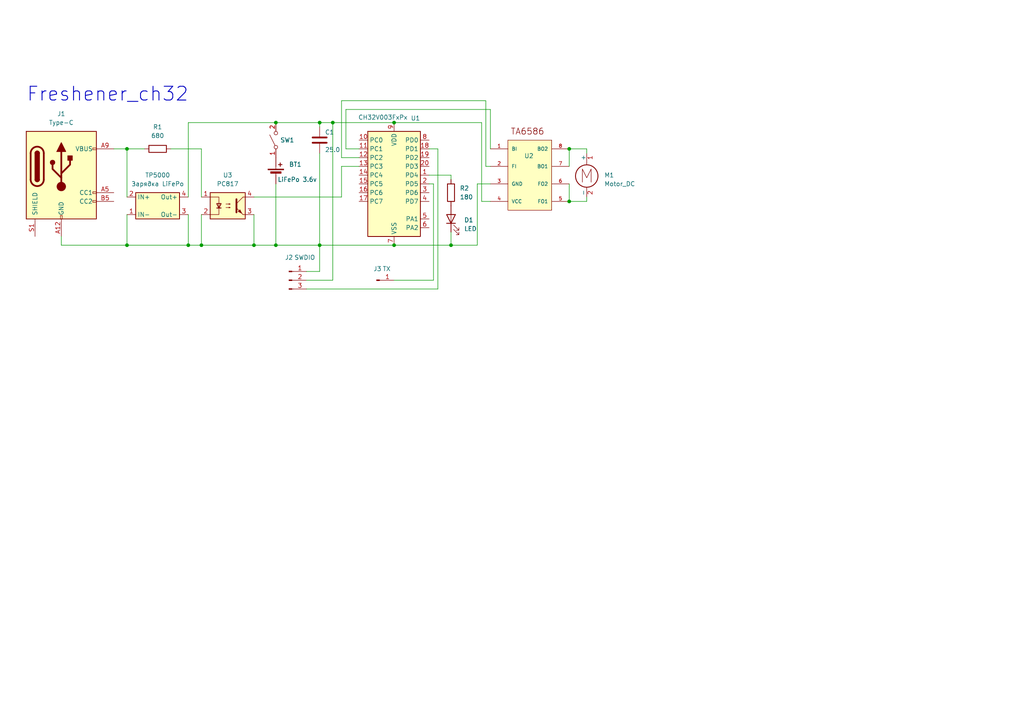
<source format=kicad_sch>
(kicad_sch (version 20250114) (generator "eeschema") (generator_version "9.0")
  (paper "A4")
  (lib_symbols
    (symbol "Connector:Conn_01x01_Pin" (pin_names (offset 1.016) (hide yes))
      (property "Reference" "J" (at 0 2.54 0))
      (property "Value" "Conn_01x01_Pin" (at 0 -2.54 0))
      (symbol "Conn_01x01_Pin_1_1"
        (rectangle (start 0.8636 0.127) (end 0 -0.127) (stroke (width 0.1524)) (fill (type outline)))
        (polyline (pts (xy 1.27 0) (xy 0.8636 0)) (stroke (width 0.1524)))
        (pin passive line (at 5.08 0 180) (length 3.81) (name "Pin_1") (number "1"))
      )
    )
    (symbol "Connector:Conn_01x03_Pin" (pin_names (offset 1.016) (hide yes))
      (property "Reference" "J" (at 0 5.08 0))
      (property "Value" "Conn_01x03_Pin" (at 0 -5.08 0))
      (symbol "Conn_01x03_Pin_1_1"
        (rectangle (start 0.8636 2.667) (end 0 2.413) (stroke (width 0.1524)) (fill (type outline)))
        (rectangle (start 0.8636 0.127) (end 0 -0.127) (stroke (width 0.1524)) (fill (type outline)))
        (rectangle (start 0.8636 -2.413) (end 0 -2.667) (stroke (width 0.1524)) (fill (type outline)))
        (polyline (pts (xy 1.27 2.54) (xy 0.8636 2.54)) (stroke (width 0.1524)))
        (polyline (pts (xy 1.27 0) (xy 0.8636 0)) (stroke (width 0.1524)))
        (polyline (pts (xy 1.27 -2.54) (xy 0.8636 -2.54)) (stroke (width 0.1524)))
        (pin passive line (at 5.08 2.54 180) (length 3.81) (name "Pin_1") (number "1"))
        (pin passive line (at 5.08 0 180) (length 3.81) (name "Pin_2") (number "2"))
        (pin passive line (at 5.08 -2.54 180) (length 3.81) (name "Pin_3") (number "3"))
      )
    )
    (symbol "Connector:USB_C_Receptacle_PowerOnly_6P" (pin_names (offset 1.016))
      (property "Reference" "J" (at 0 16.51 0))
      (property "Value" "USB_C_Receptacle_PowerOnly_6P" (at 0 13.97 0))
      (symbol "USB_C_Receptacle_PowerOnly_6P_0_0"
        (rectangle (start -0.254 -12.7) (end 0.254 -11.684))
        (rectangle (start 10.16 7.874) (end 9.144 7.366))
        (rectangle (start 10.16 -4.826) (end 9.144 -5.334))
        (rectangle (start 10.16 -7.366) (end 9.144 -7.874))
      )
      (symbol "USB_C_Receptacle_PowerOnly_6P_0_1"
        (rectangle (start -10.16 12.7) (end 10.16 -12.7) (stroke (width 0.254)) (fill (type background)))
        (polyline (pts (xy -8.89 -1.27) (xy -8.89 6.35)) (stroke (width 0.508)))
        (rectangle (start -7.62 -1.27) (end -6.35 6.35) (stroke (width 0.254)) (fill (type outline)))
        (arc (start -7.62 6.35) (mid -6.985 6.9823) (end -6.35 6.35) (stroke (width 0.254)))
        (arc (start -7.62 6.35) (mid -6.985 6.9823) (end -6.35 6.35) (stroke (width 0.254)) (fill (type outline)))
        (arc (start -8.89 6.35) (mid -6.985 8.2467) (end -5.08 6.35) (stroke (width 0.508)))
        (arc (start -5.08 -1.27) (mid -6.985 -3.1667) (end -8.89 -1.27) (stroke (width 0.508)))
        (arc (start -6.35 -1.27) (mid -6.985 -1.9023) (end -7.62 -1.27) (stroke (width 0.254)))
        (arc (start -6.35 -1.27) (mid -6.985 -1.9023) (end -7.62 -1.27) (stroke (width 0.254)) (fill (type outline)))
        (polyline (pts (xy -5.08 6.35) (xy -5.08 -1.27)) (stroke (width 0.508)))
        (circle (center -2.54 3.683) (radius 0.635) (stroke (width 0.254)) (fill (type outline)))
        (polyline (pts (xy -1.27 6.858) (xy 0 9.398) (xy 1.27 6.858) (xy -1.27 6.858)) (stroke (width 0.254)) (fill (type outline)))
        (polyline (pts (xy 0 0.508) (xy 2.54 3.048) (xy 2.54 4.318)) (stroke (width 0.508)))
        (polyline (pts (xy 0 -0.762) (xy -2.54 1.778) (xy -2.54 3.048)) (stroke (width 0.508)))
        (polyline (pts (xy 0 -3.302) (xy 0 6.858)) (stroke (width 0.508)))
        (circle (center 0 -3.302) (radius 1.27) (fill (type outline)))
        (rectangle (start 1.905 4.318) (end 3.175 5.588) (stroke (width 0.254)) (fill (type outline)))
      )
      (symbol "USB_C_Receptacle_PowerOnly_6P_1_1"
        (pin passive line (at -7.62 -17.78 90) (length 5.08) (name "SHIELD") (number "S1"))
        (pin passive line (at 0 -17.78 90) (length 5.08) (name "GND") (number "A12"))
        (pin passive line (at 0 -17.78 90) (length 5.08) (hide yes) (name "GND") (number "B12"))
        (pin passive line (at 15.24 7.62 180) (length 5.08) (name "VBUS") (number "A9"))
        (pin passive line (at 15.24 7.62 180) (length 5.08) (hide yes) (name "VBUS") (number "B9"))
        (pin bidirectional line (at 15.24 -5.08 180) (length 5.08) (name "CC1") (number "A5"))
        (pin bidirectional line (at 15.24 -7.62 180) (length 5.08) (name "CC2") (number "B5"))
      )
    )
    (symbol "Device:Battery_Cell" (pin_numbers (hide yes)) (pin_names (offset 0) (hide yes))
      (property "Reference" "BT" (at 2.54 2.54 0))
      (property "Value" "Battery_Cell" (at 2.54 0 0))
      (symbol "Battery_Cell_0_1"
        (rectangle (start -2.286 1.778) (end 2.286 1.524) (fill (type outline)))
        (rectangle (start -1.524 1.016) (end 1.524 0.508) (fill (type outline)))
        (polyline (pts (xy 0 1.778) (xy 0 2.54)))
        (polyline (pts (xy 0 0.762) (xy 0 0)))
        (polyline (pts (xy 0.762 3.048) (xy 1.778 3.048)) (stroke (width 0.254)))
        (polyline (pts (xy 1.27 3.556) (xy 1.27 2.54)) (stroke (width 0.254)))
      )
      (symbol "Battery_Cell_1_1"
        (pin passive line (at 0 5.08 270) (length 2.54) (name "+") (number "1"))
        (pin passive line (at 0 -2.54 90) (length 2.54) (name "-") (number "2"))
      )
    )
    (symbol "Device:C" (pin_numbers (hide yes)) (pin_names (offset 0.254))
      (property "Reference" "C" (at 0.635 2.54 0))
      (property "Value" "C" (at 0.635 -2.54 0))
      (symbol "C_0_1"
        (polyline (pts (xy -2.032 0.762) (xy 2.032 0.762)) (stroke (width 0.508)))
        (polyline (pts (xy -2.032 -0.762) (xy 2.032 -0.762)) (stroke (width 0.508)))
      )
      (symbol "C_1_1"
        (pin passive line (at 0 3.81 270) (length 2.794) (name "~") (number "1"))
        (pin passive line (at 0 -3.81 90) (length 2.794) (name "~") (number "2"))
      )
    )
    (symbol "Device:LED" (pin_numbers (hide yes)) (pin_names (offset 1.016) (hide yes))
      (property "Reference" "D" (at 0 2.54 0))
      (property "Value" "LED" (at 0 -2.54 0))
      (symbol "LED_0_1"
        (polyline (pts (xy -3.048 -0.762) (xy -4.572 -2.286) (xy -3.81 -2.286) (xy -4.572 -2.286) (xy -4.572 -1.524)))
        (polyline (pts (xy -1.778 -0.762) (xy -3.302 -2.286) (xy -2.54 -2.286) (xy -3.302 -2.286) (xy -3.302 -1.524)))
        (polyline (pts (xy -1.27 0) (xy 1.27 0)))
        (polyline (pts (xy -1.27 -1.27) (xy -1.27 1.27)) (stroke (width 0.254)))
        (polyline (pts (xy 1.27 -1.27) (xy 1.27 1.27) (xy -1.27 0) (xy 1.27 -1.27)) (stroke (width 0.254)))
      )
      (symbol "LED_1_1"
        (pin passive line (at -3.81 0 0) (length 2.54) (name "K") (number "1"))
        (pin passive line (at 3.81 0 180) (length 2.54) (name "A") (number "2"))
      )
    )
    (symbol "Device:R" (pin_numbers (hide yes)) (pin_names (offset 0))
      (property "Reference" "R" (at 2.032 0 90))
      (property "Value" "R" (at 0 0 90))
      (symbol "R_0_1"
        (rectangle (start -1.016 -2.54) (end 1.016 2.54) (stroke (width 0.254)))
      )
      (symbol "R_1_1"
        (pin passive line (at 0 3.81 270) (length 1.27) (name "~") (number "1"))
        (pin passive line (at 0 -3.81 90) (length 1.27) (name "~") (number "2"))
      )
    )
    (symbol "Isolator:PC817" (pin_names (offset 1.016))
      (property "Reference" "U" (at -5.08 5.08 0))
      (property "Value" "PC817" (at 0 5.08 0))
      (symbol "PC817_0_1"
        (rectangle (start -5.08 3.81) (end 5.08 -3.81) (stroke (width 0.254)) (fill (type background)))
        (polyline (pts (xy -5.08 2.54) (xy -2.54 2.54) (xy -2.54 -0.635)))
        (polyline (pts (xy -3.175 -0.635) (xy -1.905 -0.635)) (stroke (width 0.254)))
        (polyline (pts (xy -2.54 -0.635) (xy -2.54 -2.54) (xy -5.08 -2.54)))
        (polyline (pts (xy -2.54 -0.635) (xy -3.175 0.635) (xy -1.905 0.635) (xy -2.54 -0.635)) (stroke (width 0.254)))
        (polyline (pts (xy -0.508 0.508) (xy 0.762 0.508) (xy 0.381 0.381) (xy 0.381 0.635) (xy 0.762 0.508)))
        (polyline (pts (xy -0.508 -0.508) (xy 0.762 -0.508) (xy 0.381 -0.635) (xy 0.381 -0.381) (xy 0.762 -0.508)))
        (polyline (pts (xy 2.54 1.905) (xy 2.54 -1.905)) (stroke (width 0.508)))
        (polyline (pts (xy 2.54 0.635) (xy 4.445 2.54)))
        (polyline (pts (xy 3.048 -1.651) (xy 3.556 -1.143) (xy 4.064 -2.159) (xy 3.048 -1.651)) (fill (type outline)))
        (polyline (pts (xy 4.445 2.54) (xy 5.08 2.54)))
        (polyline (pts (xy 4.445 -2.54) (xy 2.54 -0.635)) (fill (type outline)))
        (polyline (pts (xy 4.445 -2.54) (xy 5.08 -2.54)))
      )
      (symbol "PC817_1_1"
        (pin passive line (at -7.62 2.54 0) (length 2.54) (name "~") (number "1"))
        (pin passive line (at -7.62 -2.54 0) (length 2.54) (name "~") (number "2"))
        (pin passive line (at 7.62 2.54 180) (length 2.54) (name "~") (number "4"))
        (pin passive line (at 7.62 -2.54 180) (length 2.54) (name "~") (number "3"))
      )
    )
    (symbol "MCU_WCH_CH32V0:CH32V003FxPx"
      (property "Reference" "U" (at -7.62 17.78 0))
      (property "Value" "CH32V003FxPx" (at 7.62 17.78 0))
      (symbol "CH32V003FxPx_1_1"
        (rectangle (start -7.62 15.24) (end 7.62 -15.24) (stroke (width 0.254)) (fill (type background)))
        (pin bidirectional line (at -10.16 12.7 0) (length 2.54) (name "PC0") (number "10"))
        (pin bidirectional line (at -10.16 10.16 0) (length 2.54) (name "PC1") (number "11"))
        (pin bidirectional line (at -10.16 7.62 0) (length 2.54) (name "PC2") (number "12"))
        (pin bidirectional line (at -10.16 5.08 0) (length 2.54) (name "PC3") (number "13"))
        (pin bidirectional line (at -10.16 2.54 0) (length 2.54) (name "PC4") (number "14"))
        (pin bidirectional line (at -10.16 0 0) (length 2.54) (name "PC5") (number "15"))
        (pin bidirectional line (at -10.16 -2.54 0) (length 2.54) (name "PC6") (number "16"))
        (pin bidirectional line (at -10.16 -5.08 0) (length 2.54) (name "PC7") (number "17"))
        (pin power_in line (at 0 17.78 270) (length 2.54) (name "VDD") (number "9"))
        (pin power_in line (at 0 -17.78 90) (length 2.54) (name "VSS") (number "7"))
        (pin bidirectional line (at 10.16 12.7 180) (length 2.54) (name "PD0") (number "8"))
        (pin bidirectional line (at 10.16 10.16 180) (length 2.54) (name "PD1") (number "18"))
        (pin bidirectional line (at 10.16 7.62 180) (length 2.54) (name "PD2") (number "19"))
        (pin bidirectional line (at 10.16 5.08 180) (length 2.54) (name "PD3") (number "20"))
        (pin bidirectional line (at 10.16 2.54 180) (length 2.54) (name "PD4") (number "1"))
        (pin bidirectional line (at 10.16 0 180) (length 2.54) (name "PD5") (number "2"))
        (pin bidirectional line (at 10.16 -2.54 180) (length 2.54) (name "PD6") (number "3"))
        (pin bidirectional line (at 10.16 -5.08 180) (length 2.54) (name "PD7") (number "4"))
        (pin bidirectional line (at 10.16 -10.16 180) (length 2.54) (name "PA1") (number "5"))
        (pin bidirectional line (at 10.16 -12.7 180) (length 2.54) (name "PA2") (number "6"))
      )
    )
    (symbol "Motor:Motor_DC" (pin_names (offset 0))
      (property "Reference" "M" (at 2.54 2.54 0))
      (property "Value" "Motor_DC" (at 2.54 -5.08 0))
      (symbol "Motor_DC_0_0"
        (polyline (pts (xy -1.27 -3.302) (xy -1.27 0.508) (xy 0 -2.032) (xy 1.27 0.508) (xy 1.27 -3.302)))
      )
      (symbol "Motor_DC_0_1"
        (polyline (pts (xy 0 2.032) (xy 0 2.54)))
        (polyline (pts (xy 0 1.7272) (xy 0 2.0828)))
        (circle (center 0 -1.524) (radius 3.2512) (stroke (width 0.254)))
        (polyline (pts (xy 0 -4.7752) (xy 0 -5.1816)))
        (polyline (pts (xy 0 -7.62) (xy 0 -7.112)))
      )
      (symbol "Motor_DC_1_1"
        (pin passive line (at 0 5.08 270) (length 2.54) (name "+") (number "1"))
        (pin passive line (at 0 -7.62 90) (length 2.54) (name "-") (number "2"))
      )
    )
    (symbol "MyCommonLibrary:DC-DC" (on_board no)
      (property "Reference" "DC-DC" (at 0.254 0.254 0))
      (symbol "DC-DC_0_1"
        (rectangle (start -6.35 3.81) (end 6.35 -3.81) (stroke (width 0.254)) (fill (type background)))
      )
      (symbol "DC-DC_1_1"
        (pin input line (at -8.89 2.54 0) (length 2.54) (name "IN+") (number "2"))
        (pin input line (at -8.89 -2.54 0) (length 2.54) (name "IN-") (number "1"))
        (pin output line (at 8.89 2.54 180) (length 2.54) (name "Out+") (number "4"))
        (pin output line (at 8.89 -2.54 180) (length 2.54) (name "Out-") (number "3"))
      )
    )
    (symbol "MyCommonLibrary:TA6586" (pin_names (offset 1.016))
      (property "Reference" "U" (at 0 0 0))
      (property "Value" "TA6586" (at 0 0 0))
      (symbol "TA6586_0_0"
        (rectangle (start -6.35 10.16) (end 6.35 -10.16) (stroke (width 0.1524)) (fill (type background)))
        (text "TA6586 " (at 0 12.7 0) (effects (font (size 1.778 1.778))))
        (pin input line (at -11.43 7.62 0) (length 5.08) (name "BI") (number "1"))
        (pin input line (at -11.43 2.54 0) (length 5.08) (name "FI") (number "2"))
        (pin power_in line (at -11.43 -2.54 0) (length 5.08) (name "GND") (number "3"))
        (pin power_in line (at -11.43 -7.62 0) (length 5.08) (name "VCC") (number "4"))
        (pin output line (at 11.43 7.62 180) (length 5.08) (name "BO2") (number "8"))
        (pin output line (at 11.43 2.54 180) (length 5.08) (name "BO1") (number "7"))
        (pin output line (at 11.43 -2.54 180) (length 5.08) (name "FO2") (number "6"))
        (pin output line (at 11.43 -7.62 180) (length 5.08) (name "FO1") (number "5"))
      )
    )
    (symbol "Switch:SW_SPST" (pin_names (offset 0) (hide yes))
      (property "Reference" "SW" (at 0 3.175 0))
      (property "Value" "SW_SPST" (at 0 -2.54 0))
      (symbol "SW_SPST_0_0"
        (circle (center -2.032 0) (radius 0.508))
        (polyline (pts (xy -1.524 0.254) (xy 1.524 1.778)))
        (circle (center 2.032 0) (radius 0.508))
      )
      (symbol "SW_SPST_1_1"
        (pin passive line (at -5.08 0 0) (length 2.54) (name "A") (number "1"))
        (pin passive line (at 5.08 0 180) (length 2.54) (name "B") (number "2"))
      )
    )
  )
  (text "Freshener_ch32" (at 31.242 27.432 0) (effects (font (size 4 4) (thickness 0.254) (bold yes))))
  (junction (at 130.81 71.12))
  (junction (at 58.42 71.12))
  (junction (at 114.3 35.56))
  (junction (at 54.61 71.12))
  (junction (at 73.66 71.12))
  (junction (at 165.1 43.18))
  (junction (at 114.3 71.12))
  (junction (at 36.83 71.12))
  (junction (at 92.71 71.12))
  (junction (at 96.52 35.56))
  (junction (at 165.1 58.42))
  (junction (at 36.83 43.18))
  (junction (at 80.01 71.12))
  (junction (at 80.01 35.56))
  (junction (at 92.71 35.56))
  (wire (pts (xy 36.83 43.18) (xy 36.83 57.15)))
  (wire (pts (xy 36.83 71.12) (xy 54.61 71.12)))
  (wire (pts (xy 96.52 35.56) (xy 114.3 35.56)))
  (wire (pts (xy 54.61 35.56) (xy 80.01 35.56)))
  (wire (pts (xy 80.01 71.12) (xy 92.71 71.12)))
  (wire (pts (xy 127 43.18) (xy 124.46 43.18)))
  (wire (pts (xy 138.43 71.12) (xy 138.43 53.34)))
  (wire (pts (xy 127 83.82) (xy 127 43.18)))
  (wire (pts (xy 104.14 43.18) (xy 100.33 43.18)))
  (wire (pts (xy 99.06 48.26) (xy 104.14 48.26)))
  (wire (pts (xy 73.66 62.23) (xy 73.66 71.12)))
  (wire (pts (xy 104.14 45.72) (xy 99.06 45.72)))
  (wire (pts (xy 58.42 62.23) (xy 58.42 71.12)))
  (wire (pts (xy 100.33 31.75) (xy 142.24 31.75)))
  (wire (pts (xy 139.7 58.42) (xy 139.7 35.56)))
  (wire (pts (xy 36.83 62.23) (xy 36.83 71.12)))
  (wire (pts (xy 88.9 83.82) (xy 127 83.82)))
  (wire (pts (xy 124.46 50.8) (xy 130.81 50.8)))
  (wire (pts (xy 100.33 43.18) (xy 100.33 31.75)))
  (wire (pts (xy 49.53 43.18) (xy 58.42 43.18)))
  (wire (pts (xy 41.91 43.18) (xy 36.83 43.18)))
  (wire (pts (xy 80.01 35.56) (xy 92.71 35.56)))
  (wire (pts (xy 170.18 58.42) (xy 170.18 57.15)))
  (wire (pts (xy 92.71 35.56) (xy 96.52 35.56)))
  (wire (pts (xy 142.24 58.42) (xy 139.7 58.42)))
  (wire (pts (xy 114.3 71.12) (xy 130.81 71.12)))
  (wire (pts (xy 130.81 50.8) (xy 130.81 52.07)))
  (wire (pts (xy 58.42 43.18) (xy 58.42 57.15)))
  (wire (pts (xy 99.06 29.21) (xy 140.9113 29.21)))
  (wire (pts (xy 140.9113 29.21) (xy 140.9113 48.26)))
  (wire (pts (xy 140.9113 48.26) (xy 142.24 48.26)))
  (wire (pts (xy 124.46 53.34) (xy 125.73 53.34)))
  (wire (pts (xy 125.73 81.28) (xy 114.3 81.28)))
  (wire (pts (xy 73.66 57.15) (xy 99.06 57.15)))
  (wire (pts (xy 125.73 53.34) (xy 125.73 81.28)))
  (wire (pts (xy 33.02 43.18) (xy 36.83 43.18)))
  (wire (pts (xy 54.61 57.15) (xy 54.61 35.56)))
  (wire (pts (xy 54.61 62.23) (xy 54.61 71.12)))
  (wire (pts (xy 88.9 81.28) (xy 96.52 81.28)))
  (wire (pts (xy 170.18 43.18) (xy 165.1 43.18)))
  (wire (pts (xy 73.66 71.12) (xy 80.01 71.12)))
  (wire (pts (xy 130.81 71.12) (xy 138.43 71.12)))
  (wire (pts (xy 88.9 78.74) (xy 92.71 78.74)))
  (wire (pts (xy 99.06 45.72) (xy 99.06 29.21)))
  (wire (pts (xy 17.78 71.12) (xy 17.78 68.58)))
  (wire (pts (xy 165.1 58.42) (xy 170.18 58.42)))
  (wire (pts (xy 99.06 57.15) (xy 99.06 48.26)))
  (wire (pts (xy 138.43 53.34) (xy 142.24 53.34)))
  (wire (pts (xy 130.81 67.31) (xy 130.81 71.12)))
  (wire (pts (xy 54.61 71.12) (xy 58.42 71.12)))
  (wire (pts (xy 92.71 78.74) (xy 92.71 71.12)))
  (wire (pts (xy 142.24 31.75) (xy 142.24 43.18)))
  (wire (pts (xy 92.71 44.45) (xy 92.71 71.12)))
  (wire (pts (xy 96.52 81.28) (xy 96.52 35.56)))
  (wire (pts (xy 92.71 36.83) (xy 92.71 35.56)))
  (wire (pts (xy 165.1 43.18) (xy 165.1 48.26)))
  (wire (pts (xy 139.7 35.56) (xy 114.3 35.56)))
  (wire (pts (xy 92.71 71.12) (xy 114.3 71.12)))
  (wire (pts (xy 165.1 53.34) (xy 165.1 58.42)))
  (wire (pts (xy 58.42 71.12) (xy 73.66 71.12)))
  (wire (pts (xy 170.18 44.45) (xy 170.18 43.18)))
  (wire (pts (xy 80.01 53.34) (xy 80.01 71.12)))
  (wire (pts (xy 17.78 71.12) (xy 36.83 71.12)))
  (symbol (lib_id "Isolator:PC817") (at 66.04 59.69 0) (unit 1)
    (property "Reference" "U3" (at 66.04 50.8 0))
    (property "Value" "PC817" (at 66.04 53.34 0))
    (property "Footprint" "Package_DIP:DIP-4_W7.62mm" (effects (hide yes)))
    (property "Datasheet" "http://www.soselectronic.cz/a_info/resource/d/pc817.pdf" (effects (hide yes)))
    (property "Description" "DC Optocoupler, Vce 35V, CTR 50-300%, DIP-4" (effects (hide yes)))
  )
  (symbol (lib_id "Motor:Motor_DC") (at 170.18 49.53 0) (unit 1)
    (property "Reference" "M1" (at 175.26 50.7999 0) (effects (justify left)))
    (property "Value" "Motor_DC" (at 175.26 53.3399 0) (effects (justify left)))
    (property "Description" "DC Motor" (effects (hide yes)))
  )
  (symbol (lib_id "MCU_WCH_CH32V0:CH32V003FxPx") (at 114.3 53.34 0) (unit 1)
    (property "Reference" "U1" (at 119.126 34.29 0) (effects (justify left)))
    (property "Value" "CH32V003FxPx" (at 103.886 34.036 0) (effects (justify left)))
    (property "Footprint" "Package_SO:TSSOP-20_4.4x6.5mm_P0.65mm" (effects (hide yes)))
    (property "Datasheet" "https://www.wch-ic.com/products/CH32V003.html" (effects (hide yes)))
    (property "Description" "CH32V003 series are industrial-grade general-purpose microcontrollers designed based on 32-bit RISC-V instruction set and architecture. It adopts QingKe V2A core, RV32EC instruction set, and supports 2 levels of interrupt nesting. The series are mounted with rich peripheral interfaces and function modules. Its internal organizational structure meets the low-cost and low-power embedded application scenarios." (effects (hide yes)))
  )
  (symbol (lib_id "Device:R") (at 130.81 55.88 0) (unit 1)
    (property "Reference" "R2" (at 133.35 54.6099 0) (effects (justify left)))
    (property "Value" "180" (at 133.35 57.1499 0) (effects (justify left)))
    (property "Description" "Resistor" (effects (hide yes)))
  )
  (symbol (lib_id "Device:R") (at 45.72 43.18 90) (unit 1)
    (property "Reference" "R1" (at 45.72 36.83 90))
    (property "Value" "680" (at 45.72 39.37 90))
    (property "Description" "Resistor" (effects (hide yes)))
  )
  (symbol (lib_id "MyCommonLibrary:DC-DC") (at 45.72 59.69 0) (unit 1) (on_board no)
    (property "Reference" "TP5000" (at 45.72 50.8 0))
    (property "Value" "Зарядка LiFePo" (at 45.72 53.34 0))
    (property "Description" "DC-DC" (effects (hide yes)))
  )
  (symbol (lib_id "Device:Battery_Cell") (at 80.01 50.8 0) (unit 1)
    (property "Reference" "BT1" (at 83.82 47.6884 0) (effects (justify left)))
    (property "Value" "LiFePo 3.6v" (at 80.518 52.07 0) (effects (justify left)))
    (property "Description" "Single-cell battery" (effects (hide yes)))
    (property "Sim.Device" "V" (effects (hide yes)))
    (property "Sim.Type" "DC" (effects (hide yes)))
    (property "Sim.Pins" "1=+ 2=-" (effects (hide yes)))
  )
  (symbol (lib_id "Connector:Conn_01x01_Pin") (at 109.22 81.28 0) (unit 1)
    (property "Reference" "J3" (at 109.474 77.978 0))
    (property "Value" "TX" (at 112.141 77.978 0))
    (property "Description" "Generic connector, single row, 01x01, script generated" (effects (hide yes)))
  )
  (symbol (lib_id "Switch:SW_SPST") (at 80.01 40.64 90) (unit 1)
    (property "Reference" "SW1" (at 81.28 40.6399 90) (effects (justify right)))
    (property "Value" "SW_SPST" (effects (hide yes)))
    (property "Description" "Single Pole Single Throw (SPST) switch" (effects (hide yes)))
  )
  (symbol (lib_id "Connector:USB_C_Receptacle_PowerOnly_6P") (at 17.78 50.8 0) (unit 1)
    (property "Reference" "J1" (at 17.78 33.02 0))
    (property "Value" "Type-C" (at 17.78 35.56 0))
    (property "Datasheet" "https://www.usb.org/sites/default/files/documents/usb_type-c.zip" (effects (hide yes)))
    (property "Description" "USB Power-Only 6P Type-C Receptacle connector" (effects (hide yes)))
  )
  (symbol (lib_id "MyCommonLibrary:TA6586") (at 153.67 50.8 0) (unit 1)
    (property "Reference" "U2" (at 153.416 45.212 0))
    (property "Value" "TA6586" (effects (hide yes)))
    (property "Footprint" "_MyLibrary:TA6586-DIP8" (effects (hide yes)))
    (property "MF" "Wuxi" (effects (hide yes)))
    (property "Description_1" "DC Bidirectional motor driving circuit" (effects (hide yes)))
    (property "Package" "Package" (effects (hide yes)))
    (property "Price" "None" (effects (hide yes)))
    (property "SnapEDA_Link" "https://www.snapeda.com/parts/TA6586/Wuxi/view-part/?ref=snap" (effects (hide yes)))
    (property "MP" "TA6586" (effects (hide yes)))
    (property "Availability" "Not in stock" (effects (hide yes)))
    (property "Check_prices" "https://www.snapeda.com/parts/TA6586/Wuxi/view-part/?ref=eda" (effects (hide yes)))
  )
  (symbol (lib_id "Device:LED") (at 130.81 63.5 90) (unit 1)
    (property "Reference" "D1" (at 134.62 63.8174 90) (effects (justify right)))
    (property "Value" "LED" (at 134.62 66.3574 90) (effects (justify right)))
    (property "Description" "Light emitting diode" (effects (hide yes)))
    (property "Sim.Pins" "1=K 2=A" (effects (hide yes)))
  )
  (symbol (lib_id "Connector:Conn_01x03_Pin") (at 83.82 81.28 0) (unit 1)
    (property "Reference" "J2" (at 83.82 74.676 0))
    (property "Value" "SWDIO" (at 88.392 74.676 0))
    (property "Description" "Generic connector, single row, 01x03, script generated" (effects (hide yes)))
  )
  (symbol (lib_id "Device:C") (at 92.71 40.64 0) (unit 1)
    (property "Reference" "C1" (at 94.234 38.354 0) (effects (justify left)))
    (property "Value" "25.0" (at 94.234 43.434 0) (effects (justify left)))
    (property "Description" "Unpolarized capacitor" (effects (hide yes)))
  )
)
</source>
